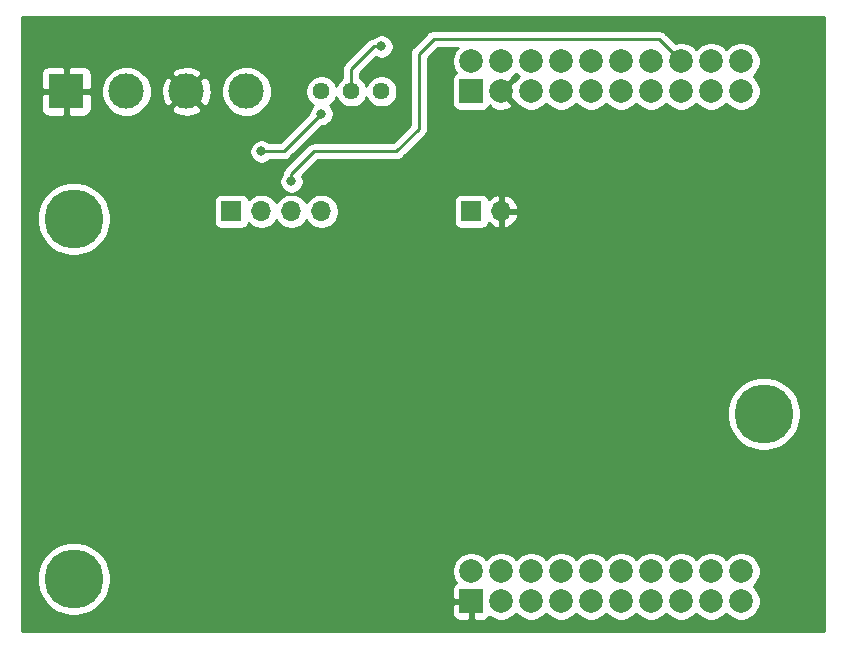
<source format=gbr>
%TF.GenerationSoftware,KiCad,Pcbnew,(5.1.6)-1*%
%TF.CreationDate,2021-02-03T20:05:08-07:00*%
%TF.ProjectId,Thermocouple Gauge,54686572-6d6f-4636-9f75-706c65204761,rev?*%
%TF.SameCoordinates,Original*%
%TF.FileFunction,Copper,L2,Bot*%
%TF.FilePolarity,Positive*%
%FSLAX46Y46*%
G04 Gerber Fmt 4.6, Leading zero omitted, Abs format (unit mm)*
G04 Created by KiCad (PCBNEW (5.1.6)-1) date 2021-02-03 20:05:08*
%MOMM*%
%LPD*%
G01*
G04 APERTURE LIST*
%TA.AperFunction,ComponentPad*%
%ADD10C,5.000000*%
%TD*%
%TA.AperFunction,ComponentPad*%
%ADD11C,3.000000*%
%TD*%
%TA.AperFunction,ComponentPad*%
%ADD12R,3.000000X3.000000*%
%TD*%
%TA.AperFunction,ComponentPad*%
%ADD13C,2.000000*%
%TD*%
%TA.AperFunction,ComponentPad*%
%ADD14R,2.000000X2.000000*%
%TD*%
%TA.AperFunction,ComponentPad*%
%ADD15R,1.700000X1.700000*%
%TD*%
%TA.AperFunction,ComponentPad*%
%ADD16O,1.700000X1.700000*%
%TD*%
%TA.AperFunction,ComponentPad*%
%ADD17C,1.440000*%
%TD*%
%TA.AperFunction,ViaPad*%
%ADD18C,0.800000*%
%TD*%
%TA.AperFunction,Conductor*%
%ADD19C,0.250000*%
%TD*%
%TA.AperFunction,Conductor*%
%ADD20C,0.254000*%
%TD*%
G04 APERTURE END LIST*
D10*
%TO.P,REF\u002A\u002A,1*%
%TO.N,N/C*%
X159385000Y-107315000D03*
%TD*%
%TO.P,REF\u002A\u002A,1*%
%TO.N,N/C*%
X217805000Y-123825000D03*
%TD*%
%TO.P,REF\u002A\u002A,1*%
%TO.N,N/C*%
X159385000Y-137795000D03*
%TD*%
D11*
%TO.P,J1,4*%
%TO.N,Net-(J1-Pad4)*%
X173990000Y-96520000D03*
D12*
%TO.P,J1,1*%
%TO.N,GND*%
X158750000Y-96520000D03*
D11*
%TO.P,J1,3*%
X168910000Y-96520000D03*
%TO.P,J1,2*%
%TO.N,Net-(J1-Pad2)*%
X163830000Y-96520000D03*
%TD*%
D13*
%TO.P,J2,20*%
%TO.N,Net-(J2-Pad20)*%
X215900000Y-137160000D03*
%TO.P,J2,18*%
%TO.N,Net-(J2-Pad18)*%
X213360000Y-137160000D03*
%TO.P,J2,16*%
%TO.N,Net-(J2-Pad16)*%
X210820000Y-137160000D03*
%TO.P,J2,14*%
%TO.N,Net-(J2-Pad14)*%
X208280000Y-137160000D03*
%TO.P,J2,12*%
%TO.N,Net-(J2-Pad12)*%
X205740000Y-137160000D03*
%TO.P,J2,10*%
%TO.N,Net-(J2-Pad10)*%
X203200000Y-137160000D03*
%TO.P,J2,8*%
%TO.N,Net-(J2-Pad8)*%
X200660000Y-137160000D03*
%TO.P,J2,6*%
%TO.N,Net-(J2-Pad6)*%
X198120000Y-137160000D03*
%TO.P,J2,4*%
%TO.N,Net-(J2-Pad4)*%
X195580000Y-137160000D03*
%TO.P,J2,2*%
%TO.N,Net-(J2-Pad2)*%
X193040000Y-137160000D03*
%TO.P,J2,19*%
%TO.N,Net-(J2-Pad19)*%
X215900000Y-139700000D03*
%TO.P,J2,17*%
%TO.N,Net-(J2-Pad17)*%
X213360000Y-139700000D03*
%TO.P,J2,15*%
%TO.N,Net-(J2-Pad15)*%
X210820000Y-139700000D03*
%TO.P,J2,13*%
%TO.N,Net-(J2-Pad13)*%
X208280000Y-139700000D03*
%TO.P,J2,11*%
%TO.N,Net-(J2-Pad11)*%
X205740000Y-139700000D03*
%TO.P,J2,9*%
%TO.N,Net-(J2-Pad9)*%
X203200000Y-139700000D03*
%TO.P,J2,7*%
%TO.N,Net-(J2-Pad7)*%
X200660000Y-139700000D03*
%TO.P,J2,5*%
%TO.N,Net-(J2-Pad5)*%
X198120000Y-139700000D03*
%TO.P,J2,3*%
%TO.N,Net-(J2-Pad3)*%
X195580000Y-139700000D03*
D14*
%TO.P,J2,1*%
%TO.N,GND*%
X193040000Y-139700000D03*
%TD*%
%TO.P,J3,1*%
%TO.N,Net-(J3-Pad1)*%
X193040000Y-96520000D03*
D13*
%TO.P,J3,3*%
%TO.N,GND*%
X195580000Y-96520000D03*
%TO.P,J3,5*%
%TO.N,Net-(J3-Pad5)*%
X198120000Y-96520000D03*
%TO.P,J3,7*%
%TO.N,Net-(J3-Pad7)*%
X200660000Y-96520000D03*
%TO.P,J3,9*%
%TO.N,Net-(J3-Pad9)*%
X203200000Y-96520000D03*
%TO.P,J3,11*%
%TO.N,Net-(J3-Pad11)*%
X205740000Y-96520000D03*
%TO.P,J3,13*%
%TO.N,Net-(J3-Pad13)*%
X208280000Y-96520000D03*
%TO.P,J3,15*%
%TO.N,Net-(J3-Pad15)*%
X210820000Y-96520000D03*
%TO.P,J3,17*%
%TO.N,Net-(J3-Pad17)*%
X213360000Y-96520000D03*
%TO.P,J3,19*%
%TO.N,Net-(J3-Pad19)*%
X215900000Y-96520000D03*
%TO.P,J3,2*%
%TO.N,Net-(J3-Pad2)*%
X193040000Y-93980000D03*
%TO.P,J3,4*%
%TO.N,Net-(J3-Pad4)*%
X195580000Y-93980000D03*
%TO.P,J3,6*%
%TO.N,Net-(J3-Pad6)*%
X198120000Y-93980000D03*
%TO.P,J3,8*%
%TO.N,Net-(J3-Pad8)*%
X200660000Y-93980000D03*
%TO.P,J3,10*%
%TO.N,Net-(J3-Pad10)*%
X203200000Y-93980000D03*
%TO.P,J3,12*%
%TO.N,Net-(J3-Pad12)*%
X205740000Y-93980000D03*
%TO.P,J3,14*%
%TO.N,Net-(J3-Pad14)*%
X208280000Y-93980000D03*
%TO.P,J3,16*%
%TO.N,Net-(J3-Pad16)*%
X210820000Y-93980000D03*
%TO.P,J3,18*%
%TO.N,Net-(J3-Pad18)*%
X213360000Y-93980000D03*
%TO.P,J3,20*%
%TO.N,Net-(J3-Pad20)*%
X215900000Y-93980000D03*
%TD*%
D15*
%TO.P,J4,1*%
%TO.N,Net-(J3-Pad2)*%
X193040000Y-106680000D03*
D16*
%TO.P,J4,2*%
%TO.N,GND*%
X195580000Y-106680000D03*
%TD*%
D15*
%TO.P,J5,1*%
%TO.N,Net-(J2-Pad19)*%
X172720000Y-106680000D03*
D16*
%TO.P,J5,2*%
%TO.N,Net-(J5-Pad2)*%
X175260000Y-106680000D03*
%TO.P,J5,3*%
%TO.N,Net-(J3-Pad16)*%
X177800000Y-106680000D03*
%TO.P,J5,4*%
%TO.N,Net-(J2-Pad17)*%
X180340000Y-106680000D03*
%TD*%
D17*
%TO.P,RV1,3*%
%TO.N,Net-(R3-Pad1)*%
X180340000Y-96520000D03*
%TO.P,RV1,2*%
%TO.N,Net-(J3-Pad2)*%
X182880000Y-96520000D03*
%TO.P,RV1,1*%
%TO.N,Net-(RV1-Pad1)*%
X185420000Y-96520000D03*
%TD*%
D18*
%TO.N,GND*%
X158750000Y-101600000D03*
X168910000Y-101600000D03*
X207645000Y-114300000D03*
X190500000Y-139700000D03*
X198120000Y-106680000D03*
X195580000Y-99060000D03*
%TO.N,Net-(J3-Pad16)*%
X177800000Y-104140000D03*
X210820000Y-93980000D03*
%TO.N,Net-(J3-Pad2)*%
X185420000Y-92710000D03*
%TO.N,Net-(R3-Pad1)*%
X175260000Y-101600000D03*
X180340000Y-98425000D03*
X180340000Y-96520000D03*
%TD*%
D19*
%TO.N,Net-(J3-Pad16)*%
X209494999Y-92654999D02*
X209605001Y-92765001D01*
X209605001Y-92765001D02*
X210820000Y-93980000D01*
X208915000Y-92075000D02*
X209605001Y-92765001D01*
X189865000Y-92075000D02*
X208915000Y-92075000D01*
X177800000Y-104140000D02*
X177800000Y-103505000D01*
X177800000Y-103505000D02*
X179705000Y-101600000D01*
X179705000Y-101600000D02*
X186690000Y-101600000D01*
X186690000Y-101600000D02*
X188595000Y-99695000D01*
X188595000Y-99695000D02*
X188595000Y-93345000D01*
X188595000Y-93345000D02*
X189865000Y-92075000D01*
%TO.N,Net-(J3-Pad2)*%
X182880000Y-96520000D02*
X182880000Y-94615000D01*
X182880000Y-94615000D02*
X184785000Y-92710000D01*
X184785000Y-92710000D02*
X185420000Y-92710000D01*
%TO.N,Net-(R3-Pad1)*%
X175260000Y-101600000D02*
X177165000Y-101600000D01*
X177165000Y-101600000D02*
X180340000Y-98425000D01*
%TD*%
D20*
%TO.N,GND*%
G36*
X222860000Y-142215000D02*
G01*
X154965000Y-142215000D01*
X154965000Y-137486229D01*
X156250000Y-137486229D01*
X156250000Y-138103771D01*
X156370476Y-138709446D01*
X156606799Y-139279979D01*
X156949886Y-139793446D01*
X157386554Y-140230114D01*
X157900021Y-140573201D01*
X158470554Y-140809524D01*
X159076229Y-140930000D01*
X159693771Y-140930000D01*
X160299446Y-140809524D01*
X160563859Y-140700000D01*
X191401928Y-140700000D01*
X191414188Y-140824482D01*
X191450498Y-140944180D01*
X191509463Y-141054494D01*
X191588815Y-141151185D01*
X191685506Y-141230537D01*
X191795820Y-141289502D01*
X191915518Y-141325812D01*
X192040000Y-141338072D01*
X192754250Y-141335000D01*
X192913000Y-141176250D01*
X192913000Y-139827000D01*
X191563750Y-139827000D01*
X191405000Y-139985750D01*
X191401928Y-140700000D01*
X160563859Y-140700000D01*
X160869979Y-140573201D01*
X161383446Y-140230114D01*
X161820114Y-139793446D01*
X162163201Y-139279979D01*
X162399524Y-138709446D01*
X162401402Y-138700000D01*
X191401928Y-138700000D01*
X191405000Y-139414250D01*
X191563750Y-139573000D01*
X192913000Y-139573000D01*
X192913000Y-139553000D01*
X193167000Y-139553000D01*
X193167000Y-139573000D01*
X193187000Y-139573000D01*
X193187000Y-139827000D01*
X193167000Y-139827000D01*
X193167000Y-141176250D01*
X193325750Y-141335000D01*
X194040000Y-141338072D01*
X194164482Y-141325812D01*
X194284180Y-141289502D01*
X194394494Y-141230537D01*
X194491185Y-141151185D01*
X194570537Y-141054494D01*
X194595191Y-141008370D01*
X194805537Y-141148918D01*
X195103088Y-141272168D01*
X195418967Y-141335000D01*
X195741033Y-141335000D01*
X196056912Y-141272168D01*
X196354463Y-141148918D01*
X196622252Y-140969987D01*
X196849987Y-140742252D01*
X196850000Y-140742233D01*
X196850013Y-140742252D01*
X197077748Y-140969987D01*
X197345537Y-141148918D01*
X197643088Y-141272168D01*
X197958967Y-141335000D01*
X198281033Y-141335000D01*
X198596912Y-141272168D01*
X198894463Y-141148918D01*
X199162252Y-140969987D01*
X199389987Y-140742252D01*
X199390000Y-140742233D01*
X199390013Y-140742252D01*
X199617748Y-140969987D01*
X199885537Y-141148918D01*
X200183088Y-141272168D01*
X200498967Y-141335000D01*
X200821033Y-141335000D01*
X201136912Y-141272168D01*
X201434463Y-141148918D01*
X201702252Y-140969987D01*
X201929987Y-140742252D01*
X201930000Y-140742233D01*
X201930013Y-140742252D01*
X202157748Y-140969987D01*
X202425537Y-141148918D01*
X202723088Y-141272168D01*
X203038967Y-141335000D01*
X203361033Y-141335000D01*
X203676912Y-141272168D01*
X203974463Y-141148918D01*
X204242252Y-140969987D01*
X204469987Y-140742252D01*
X204470000Y-140742233D01*
X204470013Y-140742252D01*
X204697748Y-140969987D01*
X204965537Y-141148918D01*
X205263088Y-141272168D01*
X205578967Y-141335000D01*
X205901033Y-141335000D01*
X206216912Y-141272168D01*
X206514463Y-141148918D01*
X206782252Y-140969987D01*
X207009987Y-140742252D01*
X207010000Y-140742233D01*
X207010013Y-140742252D01*
X207237748Y-140969987D01*
X207505537Y-141148918D01*
X207803088Y-141272168D01*
X208118967Y-141335000D01*
X208441033Y-141335000D01*
X208756912Y-141272168D01*
X209054463Y-141148918D01*
X209322252Y-140969987D01*
X209549987Y-140742252D01*
X209550000Y-140742233D01*
X209550013Y-140742252D01*
X209777748Y-140969987D01*
X210045537Y-141148918D01*
X210343088Y-141272168D01*
X210658967Y-141335000D01*
X210981033Y-141335000D01*
X211296912Y-141272168D01*
X211594463Y-141148918D01*
X211862252Y-140969987D01*
X212089987Y-140742252D01*
X212090000Y-140742233D01*
X212090013Y-140742252D01*
X212317748Y-140969987D01*
X212585537Y-141148918D01*
X212883088Y-141272168D01*
X213198967Y-141335000D01*
X213521033Y-141335000D01*
X213836912Y-141272168D01*
X214134463Y-141148918D01*
X214402252Y-140969987D01*
X214629987Y-140742252D01*
X214630000Y-140742233D01*
X214630013Y-140742252D01*
X214857748Y-140969987D01*
X215125537Y-141148918D01*
X215423088Y-141272168D01*
X215738967Y-141335000D01*
X216061033Y-141335000D01*
X216376912Y-141272168D01*
X216674463Y-141148918D01*
X216942252Y-140969987D01*
X217169987Y-140742252D01*
X217348918Y-140474463D01*
X217472168Y-140176912D01*
X217535000Y-139861033D01*
X217535000Y-139538967D01*
X217472168Y-139223088D01*
X217348918Y-138925537D01*
X217169987Y-138657748D01*
X216942252Y-138430013D01*
X216942233Y-138430000D01*
X216942252Y-138429987D01*
X217169987Y-138202252D01*
X217348918Y-137934463D01*
X217472168Y-137636912D01*
X217535000Y-137321033D01*
X217535000Y-136998967D01*
X217472168Y-136683088D01*
X217348918Y-136385537D01*
X217169987Y-136117748D01*
X216942252Y-135890013D01*
X216674463Y-135711082D01*
X216376912Y-135587832D01*
X216061033Y-135525000D01*
X215738967Y-135525000D01*
X215423088Y-135587832D01*
X215125537Y-135711082D01*
X214857748Y-135890013D01*
X214630013Y-136117748D01*
X214630000Y-136117767D01*
X214629987Y-136117748D01*
X214402252Y-135890013D01*
X214134463Y-135711082D01*
X213836912Y-135587832D01*
X213521033Y-135525000D01*
X213198967Y-135525000D01*
X212883088Y-135587832D01*
X212585537Y-135711082D01*
X212317748Y-135890013D01*
X212090013Y-136117748D01*
X212090000Y-136117767D01*
X212089987Y-136117748D01*
X211862252Y-135890013D01*
X211594463Y-135711082D01*
X211296912Y-135587832D01*
X210981033Y-135525000D01*
X210658967Y-135525000D01*
X210343088Y-135587832D01*
X210045537Y-135711082D01*
X209777748Y-135890013D01*
X209550013Y-136117748D01*
X209550000Y-136117767D01*
X209549987Y-136117748D01*
X209322252Y-135890013D01*
X209054463Y-135711082D01*
X208756912Y-135587832D01*
X208441033Y-135525000D01*
X208118967Y-135525000D01*
X207803088Y-135587832D01*
X207505537Y-135711082D01*
X207237748Y-135890013D01*
X207010013Y-136117748D01*
X207010000Y-136117767D01*
X207009987Y-136117748D01*
X206782252Y-135890013D01*
X206514463Y-135711082D01*
X206216912Y-135587832D01*
X205901033Y-135525000D01*
X205578967Y-135525000D01*
X205263088Y-135587832D01*
X204965537Y-135711082D01*
X204697748Y-135890013D01*
X204470013Y-136117748D01*
X204470000Y-136117767D01*
X204469987Y-136117748D01*
X204242252Y-135890013D01*
X203974463Y-135711082D01*
X203676912Y-135587832D01*
X203361033Y-135525000D01*
X203038967Y-135525000D01*
X202723088Y-135587832D01*
X202425537Y-135711082D01*
X202157748Y-135890013D01*
X201930013Y-136117748D01*
X201930000Y-136117767D01*
X201929987Y-136117748D01*
X201702252Y-135890013D01*
X201434463Y-135711082D01*
X201136912Y-135587832D01*
X200821033Y-135525000D01*
X200498967Y-135525000D01*
X200183088Y-135587832D01*
X199885537Y-135711082D01*
X199617748Y-135890013D01*
X199390013Y-136117748D01*
X199390000Y-136117767D01*
X199389987Y-136117748D01*
X199162252Y-135890013D01*
X198894463Y-135711082D01*
X198596912Y-135587832D01*
X198281033Y-135525000D01*
X197958967Y-135525000D01*
X197643088Y-135587832D01*
X197345537Y-135711082D01*
X197077748Y-135890013D01*
X196850013Y-136117748D01*
X196850000Y-136117767D01*
X196849987Y-136117748D01*
X196622252Y-135890013D01*
X196354463Y-135711082D01*
X196056912Y-135587832D01*
X195741033Y-135525000D01*
X195418967Y-135525000D01*
X195103088Y-135587832D01*
X194805537Y-135711082D01*
X194537748Y-135890013D01*
X194310013Y-136117748D01*
X194310000Y-136117767D01*
X194309987Y-136117748D01*
X194082252Y-135890013D01*
X193814463Y-135711082D01*
X193516912Y-135587832D01*
X193201033Y-135525000D01*
X192878967Y-135525000D01*
X192563088Y-135587832D01*
X192265537Y-135711082D01*
X191997748Y-135890013D01*
X191770013Y-136117748D01*
X191591082Y-136385537D01*
X191467832Y-136683088D01*
X191405000Y-136998967D01*
X191405000Y-137321033D01*
X191467832Y-137636912D01*
X191591082Y-137934463D01*
X191731630Y-138144809D01*
X191685506Y-138169463D01*
X191588815Y-138248815D01*
X191509463Y-138345506D01*
X191450498Y-138455820D01*
X191414188Y-138575518D01*
X191401928Y-138700000D01*
X162401402Y-138700000D01*
X162520000Y-138103771D01*
X162520000Y-137486229D01*
X162399524Y-136880554D01*
X162163201Y-136310021D01*
X161820114Y-135796554D01*
X161383446Y-135359886D01*
X160869979Y-135016799D01*
X160299446Y-134780476D01*
X159693771Y-134660000D01*
X159076229Y-134660000D01*
X158470554Y-134780476D01*
X157900021Y-135016799D01*
X157386554Y-135359886D01*
X156949886Y-135796554D01*
X156606799Y-136310021D01*
X156370476Y-136880554D01*
X156250000Y-137486229D01*
X154965000Y-137486229D01*
X154965000Y-123516229D01*
X214670000Y-123516229D01*
X214670000Y-124133771D01*
X214790476Y-124739446D01*
X215026799Y-125309979D01*
X215369886Y-125823446D01*
X215806554Y-126260114D01*
X216320021Y-126603201D01*
X216890554Y-126839524D01*
X217496229Y-126960000D01*
X218113771Y-126960000D01*
X218719446Y-126839524D01*
X219289979Y-126603201D01*
X219803446Y-126260114D01*
X220240114Y-125823446D01*
X220583201Y-125309979D01*
X220819524Y-124739446D01*
X220940000Y-124133771D01*
X220940000Y-123516229D01*
X220819524Y-122910554D01*
X220583201Y-122340021D01*
X220240114Y-121826554D01*
X219803446Y-121389886D01*
X219289979Y-121046799D01*
X218719446Y-120810476D01*
X218113771Y-120690000D01*
X217496229Y-120690000D01*
X216890554Y-120810476D01*
X216320021Y-121046799D01*
X215806554Y-121389886D01*
X215369886Y-121826554D01*
X215026799Y-122340021D01*
X214790476Y-122910554D01*
X214670000Y-123516229D01*
X154965000Y-123516229D01*
X154965000Y-107006229D01*
X156250000Y-107006229D01*
X156250000Y-107623771D01*
X156370476Y-108229446D01*
X156606799Y-108799979D01*
X156949886Y-109313446D01*
X157386554Y-109750114D01*
X157900021Y-110093201D01*
X158470554Y-110329524D01*
X159076229Y-110450000D01*
X159693771Y-110450000D01*
X160299446Y-110329524D01*
X160869979Y-110093201D01*
X161383446Y-109750114D01*
X161820114Y-109313446D01*
X162163201Y-108799979D01*
X162399524Y-108229446D01*
X162520000Y-107623771D01*
X162520000Y-107006229D01*
X162399524Y-106400554D01*
X162163201Y-105830021D01*
X162163187Y-105830000D01*
X171231928Y-105830000D01*
X171231928Y-107530000D01*
X171244188Y-107654482D01*
X171280498Y-107774180D01*
X171339463Y-107884494D01*
X171418815Y-107981185D01*
X171515506Y-108060537D01*
X171625820Y-108119502D01*
X171745518Y-108155812D01*
X171870000Y-108168072D01*
X173570000Y-108168072D01*
X173694482Y-108155812D01*
X173814180Y-108119502D01*
X173924494Y-108060537D01*
X174021185Y-107981185D01*
X174100537Y-107884494D01*
X174159502Y-107774180D01*
X174181513Y-107701620D01*
X174313368Y-107833475D01*
X174556589Y-107995990D01*
X174826842Y-108107932D01*
X175113740Y-108165000D01*
X175406260Y-108165000D01*
X175693158Y-108107932D01*
X175963411Y-107995990D01*
X176206632Y-107833475D01*
X176413475Y-107626632D01*
X176530000Y-107452240D01*
X176646525Y-107626632D01*
X176853368Y-107833475D01*
X177096589Y-107995990D01*
X177366842Y-108107932D01*
X177653740Y-108165000D01*
X177946260Y-108165000D01*
X178233158Y-108107932D01*
X178503411Y-107995990D01*
X178746632Y-107833475D01*
X178953475Y-107626632D01*
X179070000Y-107452240D01*
X179186525Y-107626632D01*
X179393368Y-107833475D01*
X179636589Y-107995990D01*
X179906842Y-108107932D01*
X180193740Y-108165000D01*
X180486260Y-108165000D01*
X180773158Y-108107932D01*
X181043411Y-107995990D01*
X181286632Y-107833475D01*
X181493475Y-107626632D01*
X181655990Y-107383411D01*
X181767932Y-107113158D01*
X181825000Y-106826260D01*
X181825000Y-106533740D01*
X181767932Y-106246842D01*
X181655990Y-105976589D01*
X181558043Y-105830000D01*
X191551928Y-105830000D01*
X191551928Y-107530000D01*
X191564188Y-107654482D01*
X191600498Y-107774180D01*
X191659463Y-107884494D01*
X191738815Y-107981185D01*
X191835506Y-108060537D01*
X191945820Y-108119502D01*
X192065518Y-108155812D01*
X192190000Y-108168072D01*
X193890000Y-108168072D01*
X194014482Y-108155812D01*
X194134180Y-108119502D01*
X194244494Y-108060537D01*
X194341185Y-107981185D01*
X194420537Y-107884494D01*
X194479502Y-107774180D01*
X194503966Y-107693534D01*
X194579731Y-107777588D01*
X194813080Y-107951641D01*
X195075901Y-108076825D01*
X195223110Y-108121476D01*
X195453000Y-108000155D01*
X195453000Y-106807000D01*
X195707000Y-106807000D01*
X195707000Y-108000155D01*
X195936890Y-108121476D01*
X196084099Y-108076825D01*
X196346920Y-107951641D01*
X196580269Y-107777588D01*
X196775178Y-107561355D01*
X196924157Y-107311252D01*
X197021481Y-107036891D01*
X196900814Y-106807000D01*
X195707000Y-106807000D01*
X195453000Y-106807000D01*
X195433000Y-106807000D01*
X195433000Y-106553000D01*
X195453000Y-106553000D01*
X195453000Y-105359845D01*
X195707000Y-105359845D01*
X195707000Y-106553000D01*
X196900814Y-106553000D01*
X197021481Y-106323109D01*
X196924157Y-106048748D01*
X196775178Y-105798645D01*
X196580269Y-105582412D01*
X196346920Y-105408359D01*
X196084099Y-105283175D01*
X195936890Y-105238524D01*
X195707000Y-105359845D01*
X195453000Y-105359845D01*
X195223110Y-105238524D01*
X195075901Y-105283175D01*
X194813080Y-105408359D01*
X194579731Y-105582412D01*
X194503966Y-105666466D01*
X194479502Y-105585820D01*
X194420537Y-105475506D01*
X194341185Y-105378815D01*
X194244494Y-105299463D01*
X194134180Y-105240498D01*
X194014482Y-105204188D01*
X193890000Y-105191928D01*
X192190000Y-105191928D01*
X192065518Y-105204188D01*
X191945820Y-105240498D01*
X191835506Y-105299463D01*
X191738815Y-105378815D01*
X191659463Y-105475506D01*
X191600498Y-105585820D01*
X191564188Y-105705518D01*
X191551928Y-105830000D01*
X181558043Y-105830000D01*
X181493475Y-105733368D01*
X181286632Y-105526525D01*
X181043411Y-105364010D01*
X180773158Y-105252068D01*
X180486260Y-105195000D01*
X180193740Y-105195000D01*
X179906842Y-105252068D01*
X179636589Y-105364010D01*
X179393368Y-105526525D01*
X179186525Y-105733368D01*
X179070000Y-105907760D01*
X178953475Y-105733368D01*
X178746632Y-105526525D01*
X178503411Y-105364010D01*
X178233158Y-105252068D01*
X177946260Y-105195000D01*
X177653740Y-105195000D01*
X177366842Y-105252068D01*
X177096589Y-105364010D01*
X176853368Y-105526525D01*
X176646525Y-105733368D01*
X176530000Y-105907760D01*
X176413475Y-105733368D01*
X176206632Y-105526525D01*
X175963411Y-105364010D01*
X175693158Y-105252068D01*
X175406260Y-105195000D01*
X175113740Y-105195000D01*
X174826842Y-105252068D01*
X174556589Y-105364010D01*
X174313368Y-105526525D01*
X174181513Y-105658380D01*
X174159502Y-105585820D01*
X174100537Y-105475506D01*
X174021185Y-105378815D01*
X173924494Y-105299463D01*
X173814180Y-105240498D01*
X173694482Y-105204188D01*
X173570000Y-105191928D01*
X171870000Y-105191928D01*
X171745518Y-105204188D01*
X171625820Y-105240498D01*
X171515506Y-105299463D01*
X171418815Y-105378815D01*
X171339463Y-105475506D01*
X171280498Y-105585820D01*
X171244188Y-105705518D01*
X171231928Y-105830000D01*
X162163187Y-105830000D01*
X161820114Y-105316554D01*
X161383446Y-104879886D01*
X160869979Y-104536799D01*
X160299446Y-104300476D01*
X159693771Y-104180000D01*
X159076229Y-104180000D01*
X158470554Y-104300476D01*
X157900021Y-104536799D01*
X157386554Y-104879886D01*
X156949886Y-105316554D01*
X156606799Y-105830021D01*
X156370476Y-106400554D01*
X156250000Y-107006229D01*
X154965000Y-107006229D01*
X154965000Y-104038061D01*
X176765000Y-104038061D01*
X176765000Y-104241939D01*
X176804774Y-104441898D01*
X176882795Y-104630256D01*
X176996063Y-104799774D01*
X177140226Y-104943937D01*
X177309744Y-105057205D01*
X177498102Y-105135226D01*
X177698061Y-105175000D01*
X177901939Y-105175000D01*
X178101898Y-105135226D01*
X178290256Y-105057205D01*
X178459774Y-104943937D01*
X178603937Y-104799774D01*
X178717205Y-104630256D01*
X178795226Y-104441898D01*
X178835000Y-104241939D01*
X178835000Y-104038061D01*
X178795226Y-103838102D01*
X178720969Y-103658832D01*
X180019802Y-102360000D01*
X186652678Y-102360000D01*
X186690000Y-102363676D01*
X186727322Y-102360000D01*
X186727333Y-102360000D01*
X186838986Y-102349003D01*
X186982247Y-102305546D01*
X187114276Y-102234974D01*
X187230001Y-102140001D01*
X187253804Y-102110997D01*
X189106004Y-100258798D01*
X189135001Y-100235001D01*
X189229974Y-100119276D01*
X189300546Y-99987247D01*
X189344003Y-99843986D01*
X189355000Y-99732333D01*
X189355000Y-99732323D01*
X189358676Y-99695000D01*
X189355000Y-99657677D01*
X189355000Y-93659801D01*
X190179802Y-92835000D01*
X191872761Y-92835000D01*
X191770013Y-92937748D01*
X191591082Y-93205537D01*
X191467832Y-93503088D01*
X191405000Y-93818967D01*
X191405000Y-94141033D01*
X191467832Y-94456912D01*
X191591082Y-94754463D01*
X191731630Y-94964809D01*
X191685506Y-94989463D01*
X191588815Y-95068815D01*
X191509463Y-95165506D01*
X191450498Y-95275820D01*
X191414188Y-95395518D01*
X191401928Y-95520000D01*
X191401928Y-97520000D01*
X191414188Y-97644482D01*
X191450498Y-97764180D01*
X191509463Y-97874494D01*
X191588815Y-97971185D01*
X191685506Y-98050537D01*
X191795820Y-98109502D01*
X191915518Y-98145812D01*
X192040000Y-98158072D01*
X194040000Y-98158072D01*
X194164482Y-98145812D01*
X194284180Y-98109502D01*
X194394494Y-98050537D01*
X194491185Y-97971185D01*
X194570537Y-97874494D01*
X194629502Y-97764180D01*
X194645037Y-97712967D01*
X194719956Y-97919814D01*
X195009571Y-98060704D01*
X195321108Y-98142384D01*
X195642595Y-98161718D01*
X195961675Y-98117961D01*
X196266088Y-98012795D01*
X196440044Y-97919814D01*
X196535808Y-97655413D01*
X195580000Y-96699605D01*
X195565858Y-96713748D01*
X195386253Y-96534143D01*
X195400395Y-96520000D01*
X195386253Y-96505858D01*
X195565858Y-96326253D01*
X195580000Y-96340395D01*
X196535808Y-95384587D01*
X196513400Y-95322720D01*
X196622252Y-95249987D01*
X196849987Y-95022252D01*
X196850000Y-95022233D01*
X196850013Y-95022252D01*
X197077748Y-95249987D01*
X197077767Y-95250000D01*
X197077748Y-95250013D01*
X196850013Y-95477748D01*
X196777280Y-95586600D01*
X196715413Y-95564192D01*
X195759605Y-96520000D01*
X196715413Y-97475808D01*
X196777280Y-97453400D01*
X196850013Y-97562252D01*
X197077748Y-97789987D01*
X197345537Y-97968918D01*
X197643088Y-98092168D01*
X197958967Y-98155000D01*
X198281033Y-98155000D01*
X198596912Y-98092168D01*
X198894463Y-97968918D01*
X199162252Y-97789987D01*
X199389987Y-97562252D01*
X199390000Y-97562233D01*
X199390013Y-97562252D01*
X199617748Y-97789987D01*
X199885537Y-97968918D01*
X200183088Y-98092168D01*
X200498967Y-98155000D01*
X200821033Y-98155000D01*
X201136912Y-98092168D01*
X201434463Y-97968918D01*
X201702252Y-97789987D01*
X201929987Y-97562252D01*
X201930000Y-97562233D01*
X201930013Y-97562252D01*
X202157748Y-97789987D01*
X202425537Y-97968918D01*
X202723088Y-98092168D01*
X203038967Y-98155000D01*
X203361033Y-98155000D01*
X203676912Y-98092168D01*
X203974463Y-97968918D01*
X204242252Y-97789987D01*
X204469987Y-97562252D01*
X204470000Y-97562233D01*
X204470013Y-97562252D01*
X204697748Y-97789987D01*
X204965537Y-97968918D01*
X205263088Y-98092168D01*
X205578967Y-98155000D01*
X205901033Y-98155000D01*
X206216912Y-98092168D01*
X206514463Y-97968918D01*
X206782252Y-97789987D01*
X207009987Y-97562252D01*
X207010000Y-97562233D01*
X207010013Y-97562252D01*
X207237748Y-97789987D01*
X207505537Y-97968918D01*
X207803088Y-98092168D01*
X208118967Y-98155000D01*
X208441033Y-98155000D01*
X208756912Y-98092168D01*
X209054463Y-97968918D01*
X209322252Y-97789987D01*
X209549987Y-97562252D01*
X209550000Y-97562233D01*
X209550013Y-97562252D01*
X209777748Y-97789987D01*
X210045537Y-97968918D01*
X210343088Y-98092168D01*
X210658967Y-98155000D01*
X210981033Y-98155000D01*
X211296912Y-98092168D01*
X211594463Y-97968918D01*
X211862252Y-97789987D01*
X212089987Y-97562252D01*
X212090000Y-97562233D01*
X212090013Y-97562252D01*
X212317748Y-97789987D01*
X212585537Y-97968918D01*
X212883088Y-98092168D01*
X213198967Y-98155000D01*
X213521033Y-98155000D01*
X213836912Y-98092168D01*
X214134463Y-97968918D01*
X214402252Y-97789987D01*
X214629987Y-97562252D01*
X214630000Y-97562233D01*
X214630013Y-97562252D01*
X214857748Y-97789987D01*
X215125537Y-97968918D01*
X215423088Y-98092168D01*
X215738967Y-98155000D01*
X216061033Y-98155000D01*
X216376912Y-98092168D01*
X216674463Y-97968918D01*
X216942252Y-97789987D01*
X217169987Y-97562252D01*
X217348918Y-97294463D01*
X217472168Y-96996912D01*
X217535000Y-96681033D01*
X217535000Y-96358967D01*
X217472168Y-96043088D01*
X217348918Y-95745537D01*
X217169987Y-95477748D01*
X216942252Y-95250013D01*
X216942233Y-95250000D01*
X216942252Y-95249987D01*
X217169987Y-95022252D01*
X217348918Y-94754463D01*
X217472168Y-94456912D01*
X217535000Y-94141033D01*
X217535000Y-93818967D01*
X217472168Y-93503088D01*
X217348918Y-93205537D01*
X217169987Y-92937748D01*
X216942252Y-92710013D01*
X216674463Y-92531082D01*
X216376912Y-92407832D01*
X216061033Y-92345000D01*
X215738967Y-92345000D01*
X215423088Y-92407832D01*
X215125537Y-92531082D01*
X214857748Y-92710013D01*
X214630013Y-92937748D01*
X214630000Y-92937767D01*
X214629987Y-92937748D01*
X214402252Y-92710013D01*
X214134463Y-92531082D01*
X213836912Y-92407832D01*
X213521033Y-92345000D01*
X213198967Y-92345000D01*
X212883088Y-92407832D01*
X212585537Y-92531082D01*
X212317748Y-92710013D01*
X212090013Y-92937748D01*
X212090000Y-92937767D01*
X212089987Y-92937748D01*
X211862252Y-92710013D01*
X211594463Y-92531082D01*
X211296912Y-92407832D01*
X210981033Y-92345000D01*
X210658967Y-92345000D01*
X210343088Y-92407832D01*
X210328624Y-92413823D01*
X210168804Y-92254003D01*
X210168800Y-92253998D01*
X209478803Y-91564002D01*
X209455001Y-91534999D01*
X209339276Y-91440026D01*
X209207247Y-91369454D01*
X209063986Y-91325997D01*
X208952333Y-91315000D01*
X208952322Y-91315000D01*
X208915000Y-91311324D01*
X208877678Y-91315000D01*
X189902322Y-91315000D01*
X189864999Y-91311324D01*
X189827676Y-91315000D01*
X189827667Y-91315000D01*
X189716014Y-91325997D01*
X189572753Y-91369454D01*
X189440724Y-91440026D01*
X189324999Y-91534999D01*
X189301201Y-91563997D01*
X188083998Y-92781201D01*
X188055000Y-92804999D01*
X188031202Y-92833997D01*
X188031201Y-92833998D01*
X187960026Y-92920724D01*
X187889454Y-93052754D01*
X187864726Y-93134276D01*
X187845998Y-93196014D01*
X187835001Y-93307667D01*
X187831324Y-93345000D01*
X187835001Y-93382332D01*
X187835000Y-99380198D01*
X186375199Y-100840000D01*
X179742323Y-100840000D01*
X179705000Y-100836324D01*
X179667677Y-100840000D01*
X179667667Y-100840000D01*
X179556014Y-100850997D01*
X179412753Y-100894454D01*
X179280724Y-100965026D01*
X179164999Y-101059999D01*
X179141201Y-101088997D01*
X177288998Y-102941201D01*
X177260000Y-102964999D01*
X177236202Y-102993997D01*
X177236201Y-102993998D01*
X177165026Y-103080724D01*
X177119037Y-103166764D01*
X177094454Y-103212753D01*
X177050997Y-103356014D01*
X177043428Y-103432861D01*
X176996063Y-103480226D01*
X176882795Y-103649744D01*
X176804774Y-103838102D01*
X176765000Y-104038061D01*
X154965000Y-104038061D01*
X154965000Y-101498061D01*
X174225000Y-101498061D01*
X174225000Y-101701939D01*
X174264774Y-101901898D01*
X174342795Y-102090256D01*
X174456063Y-102259774D01*
X174600226Y-102403937D01*
X174769744Y-102517205D01*
X174958102Y-102595226D01*
X175158061Y-102635000D01*
X175361939Y-102635000D01*
X175561898Y-102595226D01*
X175750256Y-102517205D01*
X175919774Y-102403937D01*
X175963711Y-102360000D01*
X177127678Y-102360000D01*
X177165000Y-102363676D01*
X177202322Y-102360000D01*
X177202333Y-102360000D01*
X177313986Y-102349003D01*
X177457247Y-102305546D01*
X177589276Y-102234974D01*
X177705001Y-102140001D01*
X177728804Y-102110997D01*
X180379802Y-99460000D01*
X180441939Y-99460000D01*
X180641898Y-99420226D01*
X180830256Y-99342205D01*
X180999774Y-99228937D01*
X181143937Y-99084774D01*
X181257205Y-98915256D01*
X181335226Y-98726898D01*
X181375000Y-98526939D01*
X181375000Y-98323061D01*
X181335226Y-98123102D01*
X181257205Y-97934744D01*
X181143937Y-97765226D01*
X181052367Y-97673656D01*
X181203762Y-97572497D01*
X181392497Y-97383762D01*
X181540785Y-97161833D01*
X181610000Y-96994734D01*
X181679215Y-97161833D01*
X181827503Y-97383762D01*
X182016238Y-97572497D01*
X182238167Y-97720785D01*
X182484761Y-97822928D01*
X182746544Y-97875000D01*
X183013456Y-97875000D01*
X183275239Y-97822928D01*
X183521833Y-97720785D01*
X183743762Y-97572497D01*
X183932497Y-97383762D01*
X184080785Y-97161833D01*
X184150000Y-96994734D01*
X184219215Y-97161833D01*
X184367503Y-97383762D01*
X184556238Y-97572497D01*
X184778167Y-97720785D01*
X185024761Y-97822928D01*
X185286544Y-97875000D01*
X185553456Y-97875000D01*
X185815239Y-97822928D01*
X186061833Y-97720785D01*
X186283762Y-97572497D01*
X186472497Y-97383762D01*
X186620785Y-97161833D01*
X186722928Y-96915239D01*
X186775000Y-96653456D01*
X186775000Y-96386544D01*
X186722928Y-96124761D01*
X186620785Y-95878167D01*
X186472497Y-95656238D01*
X186283762Y-95467503D01*
X186061833Y-95319215D01*
X185815239Y-95217072D01*
X185553456Y-95165000D01*
X185286544Y-95165000D01*
X185024761Y-95217072D01*
X184778167Y-95319215D01*
X184556238Y-95467503D01*
X184367503Y-95656238D01*
X184219215Y-95878167D01*
X184150000Y-96045266D01*
X184080785Y-95878167D01*
X183932497Y-95656238D01*
X183743762Y-95467503D01*
X183640000Y-95398172D01*
X183640000Y-94929801D01*
X184938832Y-93630970D01*
X185118102Y-93705226D01*
X185318061Y-93745000D01*
X185521939Y-93745000D01*
X185721898Y-93705226D01*
X185910256Y-93627205D01*
X186079774Y-93513937D01*
X186223937Y-93369774D01*
X186337205Y-93200256D01*
X186415226Y-93011898D01*
X186455000Y-92811939D01*
X186455000Y-92608061D01*
X186415226Y-92408102D01*
X186337205Y-92219744D01*
X186223937Y-92050226D01*
X186079774Y-91906063D01*
X185910256Y-91792795D01*
X185721898Y-91714774D01*
X185521939Y-91675000D01*
X185318061Y-91675000D01*
X185118102Y-91714774D01*
X184929744Y-91792795D01*
X184760226Y-91906063D01*
X184712861Y-91953428D01*
X184636014Y-91960997D01*
X184492753Y-92004454D01*
X184360724Y-92075026D01*
X184244999Y-92169999D01*
X184221201Y-92198997D01*
X182368998Y-94051201D01*
X182340000Y-94074999D01*
X182316202Y-94103997D01*
X182316201Y-94103998D01*
X182245026Y-94190724D01*
X182174454Y-94322754D01*
X182155573Y-94385000D01*
X182130998Y-94466014D01*
X182120873Y-94568815D01*
X182116324Y-94615000D01*
X182120001Y-94652332D01*
X182120001Y-95398171D01*
X182016238Y-95467503D01*
X181827503Y-95656238D01*
X181679215Y-95878167D01*
X181610000Y-96045266D01*
X181540785Y-95878167D01*
X181392497Y-95656238D01*
X181203762Y-95467503D01*
X180981833Y-95319215D01*
X180735239Y-95217072D01*
X180473456Y-95165000D01*
X180206544Y-95165000D01*
X179944761Y-95217072D01*
X179698167Y-95319215D01*
X179476238Y-95467503D01*
X179287503Y-95656238D01*
X179139215Y-95878167D01*
X179037072Y-96124761D01*
X178985000Y-96386544D01*
X178985000Y-96653456D01*
X179037072Y-96915239D01*
X179139215Y-97161833D01*
X179287503Y-97383762D01*
X179476238Y-97572497D01*
X179627633Y-97673656D01*
X179536063Y-97765226D01*
X179422795Y-97934744D01*
X179344774Y-98123102D01*
X179305000Y-98323061D01*
X179305000Y-98385198D01*
X176850199Y-100840000D01*
X175963711Y-100840000D01*
X175919774Y-100796063D01*
X175750256Y-100682795D01*
X175561898Y-100604774D01*
X175361939Y-100565000D01*
X175158061Y-100565000D01*
X174958102Y-100604774D01*
X174769744Y-100682795D01*
X174600226Y-100796063D01*
X174456063Y-100940226D01*
X174342795Y-101109744D01*
X174264774Y-101298102D01*
X174225000Y-101498061D01*
X154965000Y-101498061D01*
X154965000Y-98020000D01*
X156611928Y-98020000D01*
X156624188Y-98144482D01*
X156660498Y-98264180D01*
X156719463Y-98374494D01*
X156798815Y-98471185D01*
X156895506Y-98550537D01*
X157005820Y-98609502D01*
X157125518Y-98645812D01*
X157250000Y-98658072D01*
X158464250Y-98655000D01*
X158623000Y-98496250D01*
X158623000Y-96647000D01*
X158877000Y-96647000D01*
X158877000Y-98496250D01*
X159035750Y-98655000D01*
X160250000Y-98658072D01*
X160374482Y-98645812D01*
X160494180Y-98609502D01*
X160604494Y-98550537D01*
X160701185Y-98471185D01*
X160780537Y-98374494D01*
X160839502Y-98264180D01*
X160875812Y-98144482D01*
X160888072Y-98020000D01*
X160885000Y-96805750D01*
X160726250Y-96647000D01*
X158877000Y-96647000D01*
X158623000Y-96647000D01*
X156773750Y-96647000D01*
X156615000Y-96805750D01*
X156611928Y-98020000D01*
X154965000Y-98020000D01*
X154965000Y-95020000D01*
X156611928Y-95020000D01*
X156615000Y-96234250D01*
X156773750Y-96393000D01*
X158623000Y-96393000D01*
X158623000Y-94543750D01*
X158877000Y-94543750D01*
X158877000Y-96393000D01*
X160726250Y-96393000D01*
X160809529Y-96309721D01*
X161695000Y-96309721D01*
X161695000Y-96730279D01*
X161777047Y-97142756D01*
X161937988Y-97531302D01*
X162171637Y-97880983D01*
X162469017Y-98178363D01*
X162818698Y-98412012D01*
X163207244Y-98572953D01*
X163619721Y-98655000D01*
X164040279Y-98655000D01*
X164452756Y-98572953D01*
X164841302Y-98412012D01*
X165190983Y-98178363D01*
X165357693Y-98011653D01*
X167597952Y-98011653D01*
X167753962Y-98327214D01*
X168128745Y-98518020D01*
X168533551Y-98632044D01*
X168952824Y-98664902D01*
X169370451Y-98615334D01*
X169770383Y-98485243D01*
X170066038Y-98327214D01*
X170222048Y-98011653D01*
X168910000Y-96699605D01*
X167597952Y-98011653D01*
X165357693Y-98011653D01*
X165488363Y-97880983D01*
X165722012Y-97531302D01*
X165882953Y-97142756D01*
X165965000Y-96730279D01*
X165965000Y-96562824D01*
X166765098Y-96562824D01*
X166814666Y-96980451D01*
X166944757Y-97380383D01*
X167102786Y-97676038D01*
X167418347Y-97832048D01*
X168730395Y-96520000D01*
X169089605Y-96520000D01*
X170401653Y-97832048D01*
X170717214Y-97676038D01*
X170908020Y-97301255D01*
X171022044Y-96896449D01*
X171054902Y-96477176D01*
X171035027Y-96309721D01*
X171855000Y-96309721D01*
X171855000Y-96730279D01*
X171937047Y-97142756D01*
X172097988Y-97531302D01*
X172331637Y-97880983D01*
X172629017Y-98178363D01*
X172978698Y-98412012D01*
X173367244Y-98572953D01*
X173779721Y-98655000D01*
X174200279Y-98655000D01*
X174612756Y-98572953D01*
X175001302Y-98412012D01*
X175350983Y-98178363D01*
X175648363Y-97880983D01*
X175882012Y-97531302D01*
X176042953Y-97142756D01*
X176125000Y-96730279D01*
X176125000Y-96309721D01*
X176042953Y-95897244D01*
X175882012Y-95508698D01*
X175648363Y-95159017D01*
X175350983Y-94861637D01*
X175001302Y-94627988D01*
X174612756Y-94467047D01*
X174200279Y-94385000D01*
X173779721Y-94385000D01*
X173367244Y-94467047D01*
X172978698Y-94627988D01*
X172629017Y-94861637D01*
X172331637Y-95159017D01*
X172097988Y-95508698D01*
X171937047Y-95897244D01*
X171855000Y-96309721D01*
X171035027Y-96309721D01*
X171005334Y-96059549D01*
X170875243Y-95659617D01*
X170717214Y-95363962D01*
X170401653Y-95207952D01*
X169089605Y-96520000D01*
X168730395Y-96520000D01*
X167418347Y-95207952D01*
X167102786Y-95363962D01*
X166911980Y-95738745D01*
X166797956Y-96143551D01*
X166765098Y-96562824D01*
X165965000Y-96562824D01*
X165965000Y-96309721D01*
X165882953Y-95897244D01*
X165722012Y-95508698D01*
X165488363Y-95159017D01*
X165357693Y-95028347D01*
X167597952Y-95028347D01*
X168910000Y-96340395D01*
X170222048Y-95028347D01*
X170066038Y-94712786D01*
X169691255Y-94521980D01*
X169286449Y-94407956D01*
X168867176Y-94375098D01*
X168449549Y-94424666D01*
X168049617Y-94554757D01*
X167753962Y-94712786D01*
X167597952Y-95028347D01*
X165357693Y-95028347D01*
X165190983Y-94861637D01*
X164841302Y-94627988D01*
X164452756Y-94467047D01*
X164040279Y-94385000D01*
X163619721Y-94385000D01*
X163207244Y-94467047D01*
X162818698Y-94627988D01*
X162469017Y-94861637D01*
X162171637Y-95159017D01*
X161937988Y-95508698D01*
X161777047Y-95897244D01*
X161695000Y-96309721D01*
X160809529Y-96309721D01*
X160885000Y-96234250D01*
X160888072Y-95020000D01*
X160875812Y-94895518D01*
X160839502Y-94775820D01*
X160780537Y-94665506D01*
X160701185Y-94568815D01*
X160604494Y-94489463D01*
X160494180Y-94430498D01*
X160374482Y-94394188D01*
X160250000Y-94381928D01*
X159035750Y-94385000D01*
X158877000Y-94543750D01*
X158623000Y-94543750D01*
X158464250Y-94385000D01*
X157250000Y-94381928D01*
X157125518Y-94394188D01*
X157005820Y-94430498D01*
X156895506Y-94489463D01*
X156798815Y-94568815D01*
X156719463Y-94665506D01*
X156660498Y-94775820D01*
X156624188Y-94895518D01*
X156611928Y-95020000D01*
X154965000Y-95020000D01*
X154965000Y-90195000D01*
X222860001Y-90195000D01*
X222860000Y-142215000D01*
G37*
X222860000Y-142215000D02*
X154965000Y-142215000D01*
X154965000Y-137486229D01*
X156250000Y-137486229D01*
X156250000Y-138103771D01*
X156370476Y-138709446D01*
X156606799Y-139279979D01*
X156949886Y-139793446D01*
X157386554Y-140230114D01*
X157900021Y-140573201D01*
X158470554Y-140809524D01*
X159076229Y-140930000D01*
X159693771Y-140930000D01*
X160299446Y-140809524D01*
X160563859Y-140700000D01*
X191401928Y-140700000D01*
X191414188Y-140824482D01*
X191450498Y-140944180D01*
X191509463Y-141054494D01*
X191588815Y-141151185D01*
X191685506Y-141230537D01*
X191795820Y-141289502D01*
X191915518Y-141325812D01*
X192040000Y-141338072D01*
X192754250Y-141335000D01*
X192913000Y-141176250D01*
X192913000Y-139827000D01*
X191563750Y-139827000D01*
X191405000Y-139985750D01*
X191401928Y-140700000D01*
X160563859Y-140700000D01*
X160869979Y-140573201D01*
X161383446Y-140230114D01*
X161820114Y-139793446D01*
X162163201Y-139279979D01*
X162399524Y-138709446D01*
X162401402Y-138700000D01*
X191401928Y-138700000D01*
X191405000Y-139414250D01*
X191563750Y-139573000D01*
X192913000Y-139573000D01*
X192913000Y-139553000D01*
X193167000Y-139553000D01*
X193167000Y-139573000D01*
X193187000Y-139573000D01*
X193187000Y-139827000D01*
X193167000Y-139827000D01*
X193167000Y-141176250D01*
X193325750Y-141335000D01*
X194040000Y-141338072D01*
X194164482Y-141325812D01*
X194284180Y-141289502D01*
X194394494Y-141230537D01*
X194491185Y-141151185D01*
X194570537Y-141054494D01*
X194595191Y-141008370D01*
X194805537Y-141148918D01*
X195103088Y-141272168D01*
X195418967Y-141335000D01*
X195741033Y-141335000D01*
X196056912Y-141272168D01*
X196354463Y-141148918D01*
X196622252Y-140969987D01*
X196849987Y-140742252D01*
X196850000Y-140742233D01*
X196850013Y-140742252D01*
X197077748Y-140969987D01*
X197345537Y-141148918D01*
X197643088Y-141272168D01*
X197958967Y-141335000D01*
X198281033Y-141335000D01*
X198596912Y-141272168D01*
X198894463Y-141148918D01*
X199162252Y-140969987D01*
X199389987Y-140742252D01*
X199390000Y-140742233D01*
X199390013Y-140742252D01*
X199617748Y-140969987D01*
X199885537Y-141148918D01*
X200183088Y-141272168D01*
X200498967Y-141335000D01*
X200821033Y-141335000D01*
X201136912Y-141272168D01*
X201434463Y-141148918D01*
X201702252Y-140969987D01*
X201929987Y-140742252D01*
X201930000Y-140742233D01*
X201930013Y-140742252D01*
X202157748Y-140969987D01*
X202425537Y-141148918D01*
X202723088Y-141272168D01*
X203038967Y-141335000D01*
X203361033Y-141335000D01*
X203676912Y-141272168D01*
X203974463Y-141148918D01*
X204242252Y-140969987D01*
X204469987Y-140742252D01*
X204470000Y-140742233D01*
X204470013Y-140742252D01*
X204697748Y-140969987D01*
X204965537Y-141148918D01*
X205263088Y-141272168D01*
X205578967Y-141335000D01*
X205901033Y-141335000D01*
X206216912Y-141272168D01*
X206514463Y-141148918D01*
X206782252Y-140969987D01*
X207009987Y-140742252D01*
X207010000Y-140742233D01*
X207010013Y-140742252D01*
X207237748Y-140969987D01*
X207505537Y-141148918D01*
X207803088Y-141272168D01*
X208118967Y-141335000D01*
X208441033Y-141335000D01*
X208756912Y-141272168D01*
X209054463Y-141148918D01*
X209322252Y-140969987D01*
X209549987Y-140742252D01*
X209550000Y-140742233D01*
X209550013Y-140742252D01*
X209777748Y-140969987D01*
X210045537Y-141148918D01*
X210343088Y-141272168D01*
X210658967Y-141335000D01*
X210981033Y-141335000D01*
X211296912Y-141272168D01*
X211594463Y-141148918D01*
X211862252Y-140969987D01*
X212089987Y-140742252D01*
X212090000Y-140742233D01*
X212090013Y-140742252D01*
X212317748Y-140969987D01*
X212585537Y-141148918D01*
X212883088Y-141272168D01*
X213198967Y-141335000D01*
X213521033Y-141335000D01*
X213836912Y-141272168D01*
X214134463Y-141148918D01*
X214402252Y-140969987D01*
X214629987Y-140742252D01*
X214630000Y-140742233D01*
X214630013Y-140742252D01*
X214857748Y-140969987D01*
X215125537Y-141148918D01*
X215423088Y-141272168D01*
X215738967Y-141335000D01*
X216061033Y-141335000D01*
X216376912Y-141272168D01*
X216674463Y-141148918D01*
X216942252Y-140969987D01*
X217169987Y-140742252D01*
X217348918Y-140474463D01*
X217472168Y-140176912D01*
X217535000Y-139861033D01*
X217535000Y-139538967D01*
X217472168Y-139223088D01*
X217348918Y-138925537D01*
X217169987Y-138657748D01*
X216942252Y-138430013D01*
X216942233Y-138430000D01*
X216942252Y-138429987D01*
X217169987Y-138202252D01*
X217348918Y-137934463D01*
X217472168Y-137636912D01*
X217535000Y-137321033D01*
X217535000Y-136998967D01*
X217472168Y-136683088D01*
X217348918Y-136385537D01*
X217169987Y-136117748D01*
X216942252Y-135890013D01*
X216674463Y-135711082D01*
X216376912Y-135587832D01*
X216061033Y-135525000D01*
X215738967Y-135525000D01*
X215423088Y-135587832D01*
X215125537Y-135711082D01*
X214857748Y-135890013D01*
X214630013Y-136117748D01*
X214630000Y-136117767D01*
X214629987Y-136117748D01*
X214402252Y-135890013D01*
X214134463Y-135711082D01*
X213836912Y-135587832D01*
X213521033Y-135525000D01*
X213198967Y-135525000D01*
X212883088Y-135587832D01*
X212585537Y-135711082D01*
X212317748Y-135890013D01*
X212090013Y-136117748D01*
X212090000Y-136117767D01*
X212089987Y-136117748D01*
X211862252Y-135890013D01*
X211594463Y-135711082D01*
X211296912Y-135587832D01*
X210981033Y-135525000D01*
X210658967Y-135525000D01*
X210343088Y-135587832D01*
X210045537Y-135711082D01*
X209777748Y-135890013D01*
X209550013Y-136117748D01*
X209550000Y-136117767D01*
X209549987Y-136117748D01*
X209322252Y-135890013D01*
X209054463Y-135711082D01*
X208756912Y-135587832D01*
X208441033Y-135525000D01*
X208118967Y-135525000D01*
X207803088Y-135587832D01*
X207505537Y-135711082D01*
X207237748Y-135890013D01*
X207010013Y-136117748D01*
X207010000Y-136117767D01*
X207009987Y-136117748D01*
X206782252Y-135890013D01*
X206514463Y-135711082D01*
X206216912Y-135587832D01*
X205901033Y-135525000D01*
X205578967Y-135525000D01*
X205263088Y-135587832D01*
X204965537Y-135711082D01*
X204697748Y-135890013D01*
X204470013Y-136117748D01*
X204470000Y-136117767D01*
X204469987Y-136117748D01*
X204242252Y-135890013D01*
X203974463Y-135711082D01*
X203676912Y-135587832D01*
X203361033Y-135525000D01*
X203038967Y-135525000D01*
X202723088Y-135587832D01*
X202425537Y-135711082D01*
X202157748Y-135890013D01*
X201930013Y-136117748D01*
X201930000Y-136117767D01*
X201929987Y-136117748D01*
X201702252Y-135890013D01*
X201434463Y-135711082D01*
X201136912Y-135587832D01*
X200821033Y-135525000D01*
X200498967Y-135525000D01*
X200183088Y-135587832D01*
X199885537Y-135711082D01*
X199617748Y-135890013D01*
X199390013Y-136117748D01*
X199390000Y-136117767D01*
X199389987Y-136117748D01*
X199162252Y-135890013D01*
X198894463Y-135711082D01*
X198596912Y-135587832D01*
X198281033Y-135525000D01*
X197958967Y-135525000D01*
X197643088Y-135587832D01*
X197345537Y-135711082D01*
X197077748Y-135890013D01*
X196850013Y-136117748D01*
X196850000Y-136117767D01*
X196849987Y-136117748D01*
X196622252Y-135890013D01*
X196354463Y-135711082D01*
X196056912Y-135587832D01*
X195741033Y-135525000D01*
X195418967Y-135525000D01*
X195103088Y-135587832D01*
X194805537Y-135711082D01*
X194537748Y-135890013D01*
X194310013Y-136117748D01*
X194310000Y-136117767D01*
X194309987Y-136117748D01*
X194082252Y-135890013D01*
X193814463Y-135711082D01*
X193516912Y-135587832D01*
X193201033Y-135525000D01*
X192878967Y-135525000D01*
X192563088Y-135587832D01*
X192265537Y-135711082D01*
X191997748Y-135890013D01*
X191770013Y-136117748D01*
X191591082Y-136385537D01*
X191467832Y-136683088D01*
X191405000Y-136998967D01*
X191405000Y-137321033D01*
X191467832Y-137636912D01*
X191591082Y-137934463D01*
X191731630Y-138144809D01*
X191685506Y-138169463D01*
X191588815Y-138248815D01*
X191509463Y-138345506D01*
X191450498Y-138455820D01*
X191414188Y-138575518D01*
X191401928Y-138700000D01*
X162401402Y-138700000D01*
X162520000Y-138103771D01*
X162520000Y-137486229D01*
X162399524Y-136880554D01*
X162163201Y-136310021D01*
X161820114Y-135796554D01*
X161383446Y-135359886D01*
X160869979Y-135016799D01*
X160299446Y-134780476D01*
X159693771Y-134660000D01*
X159076229Y-134660000D01*
X158470554Y-134780476D01*
X157900021Y-135016799D01*
X157386554Y-135359886D01*
X156949886Y-135796554D01*
X156606799Y-136310021D01*
X156370476Y-136880554D01*
X156250000Y-137486229D01*
X154965000Y-137486229D01*
X154965000Y-123516229D01*
X214670000Y-123516229D01*
X214670000Y-124133771D01*
X214790476Y-124739446D01*
X215026799Y-125309979D01*
X215369886Y-125823446D01*
X215806554Y-126260114D01*
X216320021Y-126603201D01*
X216890554Y-126839524D01*
X217496229Y-126960000D01*
X218113771Y-126960000D01*
X218719446Y-126839524D01*
X219289979Y-126603201D01*
X219803446Y-126260114D01*
X220240114Y-125823446D01*
X220583201Y-125309979D01*
X220819524Y-124739446D01*
X220940000Y-124133771D01*
X220940000Y-123516229D01*
X220819524Y-122910554D01*
X220583201Y-122340021D01*
X220240114Y-121826554D01*
X219803446Y-121389886D01*
X219289979Y-121046799D01*
X218719446Y-120810476D01*
X218113771Y-120690000D01*
X217496229Y-120690000D01*
X216890554Y-120810476D01*
X216320021Y-121046799D01*
X215806554Y-121389886D01*
X215369886Y-121826554D01*
X215026799Y-122340021D01*
X214790476Y-122910554D01*
X214670000Y-123516229D01*
X154965000Y-123516229D01*
X154965000Y-107006229D01*
X156250000Y-107006229D01*
X156250000Y-107623771D01*
X156370476Y-108229446D01*
X156606799Y-108799979D01*
X156949886Y-109313446D01*
X157386554Y-109750114D01*
X157900021Y-110093201D01*
X158470554Y-110329524D01*
X159076229Y-110450000D01*
X159693771Y-110450000D01*
X160299446Y-110329524D01*
X160869979Y-110093201D01*
X161383446Y-109750114D01*
X161820114Y-109313446D01*
X162163201Y-108799979D01*
X162399524Y-108229446D01*
X162520000Y-107623771D01*
X162520000Y-107006229D01*
X162399524Y-106400554D01*
X162163201Y-105830021D01*
X162163187Y-105830000D01*
X171231928Y-105830000D01*
X171231928Y-107530000D01*
X171244188Y-107654482D01*
X171280498Y-107774180D01*
X171339463Y-107884494D01*
X171418815Y-107981185D01*
X171515506Y-108060537D01*
X171625820Y-108119502D01*
X171745518Y-108155812D01*
X171870000Y-108168072D01*
X173570000Y-108168072D01*
X173694482Y-108155812D01*
X173814180Y-108119502D01*
X173924494Y-108060537D01*
X174021185Y-107981185D01*
X174100537Y-107884494D01*
X174159502Y-107774180D01*
X174181513Y-107701620D01*
X174313368Y-107833475D01*
X174556589Y-107995990D01*
X174826842Y-108107932D01*
X175113740Y-108165000D01*
X175406260Y-108165000D01*
X175693158Y-108107932D01*
X175963411Y-107995990D01*
X176206632Y-107833475D01*
X176413475Y-107626632D01*
X176530000Y-107452240D01*
X176646525Y-107626632D01*
X176853368Y-107833475D01*
X177096589Y-107995990D01*
X177366842Y-108107932D01*
X177653740Y-108165000D01*
X177946260Y-108165000D01*
X178233158Y-108107932D01*
X178503411Y-107995990D01*
X178746632Y-107833475D01*
X178953475Y-107626632D01*
X179070000Y-107452240D01*
X179186525Y-107626632D01*
X179393368Y-107833475D01*
X179636589Y-107995990D01*
X179906842Y-108107932D01*
X180193740Y-108165000D01*
X180486260Y-108165000D01*
X180773158Y-108107932D01*
X181043411Y-107995990D01*
X181286632Y-107833475D01*
X181493475Y-107626632D01*
X181655990Y-107383411D01*
X181767932Y-107113158D01*
X181825000Y-106826260D01*
X181825000Y-106533740D01*
X181767932Y-106246842D01*
X181655990Y-105976589D01*
X181558043Y-105830000D01*
X191551928Y-105830000D01*
X191551928Y-107530000D01*
X191564188Y-107654482D01*
X191600498Y-107774180D01*
X191659463Y-107884494D01*
X191738815Y-107981185D01*
X191835506Y-108060537D01*
X191945820Y-108119502D01*
X192065518Y-108155812D01*
X192190000Y-108168072D01*
X193890000Y-108168072D01*
X194014482Y-108155812D01*
X194134180Y-108119502D01*
X194244494Y-108060537D01*
X194341185Y-107981185D01*
X194420537Y-107884494D01*
X194479502Y-107774180D01*
X194503966Y-107693534D01*
X194579731Y-107777588D01*
X194813080Y-107951641D01*
X195075901Y-108076825D01*
X195223110Y-108121476D01*
X195453000Y-108000155D01*
X195453000Y-106807000D01*
X195707000Y-106807000D01*
X195707000Y-108000155D01*
X195936890Y-108121476D01*
X196084099Y-108076825D01*
X196346920Y-107951641D01*
X196580269Y-107777588D01*
X196775178Y-107561355D01*
X196924157Y-107311252D01*
X197021481Y-107036891D01*
X196900814Y-106807000D01*
X195707000Y-106807000D01*
X195453000Y-106807000D01*
X195433000Y-106807000D01*
X195433000Y-106553000D01*
X195453000Y-106553000D01*
X195453000Y-105359845D01*
X195707000Y-105359845D01*
X195707000Y-106553000D01*
X196900814Y-106553000D01*
X197021481Y-106323109D01*
X196924157Y-106048748D01*
X196775178Y-105798645D01*
X196580269Y-105582412D01*
X196346920Y-105408359D01*
X196084099Y-105283175D01*
X195936890Y-105238524D01*
X195707000Y-105359845D01*
X195453000Y-105359845D01*
X195223110Y-105238524D01*
X195075901Y-105283175D01*
X194813080Y-105408359D01*
X194579731Y-105582412D01*
X194503966Y-105666466D01*
X194479502Y-105585820D01*
X194420537Y-105475506D01*
X194341185Y-105378815D01*
X194244494Y-105299463D01*
X194134180Y-105240498D01*
X194014482Y-105204188D01*
X193890000Y-105191928D01*
X192190000Y-105191928D01*
X192065518Y-105204188D01*
X191945820Y-105240498D01*
X191835506Y-105299463D01*
X191738815Y-105378815D01*
X191659463Y-105475506D01*
X191600498Y-105585820D01*
X191564188Y-105705518D01*
X191551928Y-105830000D01*
X181558043Y-105830000D01*
X181493475Y-105733368D01*
X181286632Y-105526525D01*
X181043411Y-105364010D01*
X180773158Y-105252068D01*
X180486260Y-105195000D01*
X180193740Y-105195000D01*
X179906842Y-105252068D01*
X179636589Y-105364010D01*
X179393368Y-105526525D01*
X179186525Y-105733368D01*
X179070000Y-105907760D01*
X178953475Y-105733368D01*
X178746632Y-105526525D01*
X178503411Y-105364010D01*
X178233158Y-105252068D01*
X177946260Y-105195000D01*
X177653740Y-105195000D01*
X177366842Y-105252068D01*
X177096589Y-105364010D01*
X176853368Y-105526525D01*
X176646525Y-105733368D01*
X176530000Y-105907760D01*
X176413475Y-105733368D01*
X176206632Y-105526525D01*
X175963411Y-105364010D01*
X175693158Y-105252068D01*
X175406260Y-105195000D01*
X175113740Y-105195000D01*
X174826842Y-105252068D01*
X174556589Y-105364010D01*
X174313368Y-105526525D01*
X174181513Y-105658380D01*
X174159502Y-105585820D01*
X174100537Y-105475506D01*
X174021185Y-105378815D01*
X173924494Y-105299463D01*
X173814180Y-105240498D01*
X173694482Y-105204188D01*
X173570000Y-105191928D01*
X171870000Y-105191928D01*
X171745518Y-105204188D01*
X171625820Y-105240498D01*
X171515506Y-105299463D01*
X171418815Y-105378815D01*
X171339463Y-105475506D01*
X171280498Y-105585820D01*
X171244188Y-105705518D01*
X171231928Y-105830000D01*
X162163187Y-105830000D01*
X161820114Y-105316554D01*
X161383446Y-104879886D01*
X160869979Y-104536799D01*
X160299446Y-104300476D01*
X159693771Y-104180000D01*
X159076229Y-104180000D01*
X158470554Y-104300476D01*
X157900021Y-104536799D01*
X157386554Y-104879886D01*
X156949886Y-105316554D01*
X156606799Y-105830021D01*
X156370476Y-106400554D01*
X156250000Y-107006229D01*
X154965000Y-107006229D01*
X154965000Y-104038061D01*
X176765000Y-104038061D01*
X176765000Y-104241939D01*
X176804774Y-104441898D01*
X176882795Y-104630256D01*
X176996063Y-104799774D01*
X177140226Y-104943937D01*
X177309744Y-105057205D01*
X177498102Y-105135226D01*
X177698061Y-105175000D01*
X177901939Y-105175000D01*
X178101898Y-105135226D01*
X178290256Y-105057205D01*
X178459774Y-104943937D01*
X178603937Y-104799774D01*
X178717205Y-104630256D01*
X178795226Y-104441898D01*
X178835000Y-104241939D01*
X178835000Y-104038061D01*
X178795226Y-103838102D01*
X178720969Y-103658832D01*
X180019802Y-102360000D01*
X186652678Y-102360000D01*
X186690000Y-102363676D01*
X186727322Y-102360000D01*
X186727333Y-102360000D01*
X186838986Y-102349003D01*
X186982247Y-102305546D01*
X187114276Y-102234974D01*
X187230001Y-102140001D01*
X187253804Y-102110997D01*
X189106004Y-100258798D01*
X189135001Y-100235001D01*
X189229974Y-100119276D01*
X189300546Y-99987247D01*
X189344003Y-99843986D01*
X189355000Y-99732333D01*
X189355000Y-99732323D01*
X189358676Y-99695000D01*
X189355000Y-99657677D01*
X189355000Y-93659801D01*
X190179802Y-92835000D01*
X191872761Y-92835000D01*
X191770013Y-92937748D01*
X191591082Y-93205537D01*
X191467832Y-93503088D01*
X191405000Y-93818967D01*
X191405000Y-94141033D01*
X191467832Y-94456912D01*
X191591082Y-94754463D01*
X191731630Y-94964809D01*
X191685506Y-94989463D01*
X191588815Y-95068815D01*
X191509463Y-95165506D01*
X191450498Y-95275820D01*
X191414188Y-95395518D01*
X191401928Y-95520000D01*
X191401928Y-97520000D01*
X191414188Y-97644482D01*
X191450498Y-97764180D01*
X191509463Y-97874494D01*
X191588815Y-97971185D01*
X191685506Y-98050537D01*
X191795820Y-98109502D01*
X191915518Y-98145812D01*
X192040000Y-98158072D01*
X194040000Y-98158072D01*
X194164482Y-98145812D01*
X194284180Y-98109502D01*
X194394494Y-98050537D01*
X194491185Y-97971185D01*
X194570537Y-97874494D01*
X194629502Y-97764180D01*
X194645037Y-97712967D01*
X194719956Y-97919814D01*
X195009571Y-98060704D01*
X195321108Y-98142384D01*
X195642595Y-98161718D01*
X195961675Y-98117961D01*
X196266088Y-98012795D01*
X196440044Y-97919814D01*
X196535808Y-97655413D01*
X195580000Y-96699605D01*
X195565858Y-96713748D01*
X195386253Y-96534143D01*
X195400395Y-96520000D01*
X195386253Y-96505858D01*
X195565858Y-96326253D01*
X195580000Y-96340395D01*
X196535808Y-95384587D01*
X196513400Y-95322720D01*
X196622252Y-95249987D01*
X196849987Y-95022252D01*
X196850000Y-95022233D01*
X196850013Y-95022252D01*
X197077748Y-95249987D01*
X197077767Y-95250000D01*
X197077748Y-95250013D01*
X196850013Y-95477748D01*
X196777280Y-95586600D01*
X196715413Y-95564192D01*
X195759605Y-96520000D01*
X196715413Y-97475808D01*
X196777280Y-97453400D01*
X196850013Y-97562252D01*
X197077748Y-97789987D01*
X197345537Y-97968918D01*
X197643088Y-98092168D01*
X197958967Y-98155000D01*
X198281033Y-98155000D01*
X198596912Y-98092168D01*
X198894463Y-97968918D01*
X199162252Y-97789987D01*
X199389987Y-97562252D01*
X199390000Y-97562233D01*
X199390013Y-97562252D01*
X199617748Y-97789987D01*
X199885537Y-97968918D01*
X200183088Y-98092168D01*
X200498967Y-98155000D01*
X200821033Y-98155000D01*
X201136912Y-98092168D01*
X201434463Y-97968918D01*
X201702252Y-97789987D01*
X201929987Y-97562252D01*
X201930000Y-97562233D01*
X201930013Y-97562252D01*
X202157748Y-97789987D01*
X202425537Y-97968918D01*
X202723088Y-98092168D01*
X203038967Y-98155000D01*
X203361033Y-98155000D01*
X203676912Y-98092168D01*
X203974463Y-97968918D01*
X204242252Y-97789987D01*
X204469987Y-97562252D01*
X204470000Y-97562233D01*
X204470013Y-97562252D01*
X204697748Y-97789987D01*
X204965537Y-97968918D01*
X205263088Y-98092168D01*
X205578967Y-98155000D01*
X205901033Y-98155000D01*
X206216912Y-98092168D01*
X206514463Y-97968918D01*
X206782252Y-97789987D01*
X207009987Y-97562252D01*
X207010000Y-97562233D01*
X207010013Y-97562252D01*
X207237748Y-97789987D01*
X207505537Y-97968918D01*
X207803088Y-98092168D01*
X208118967Y-98155000D01*
X208441033Y-98155000D01*
X208756912Y-98092168D01*
X209054463Y-97968918D01*
X209322252Y-97789987D01*
X209549987Y-97562252D01*
X209550000Y-97562233D01*
X209550013Y-97562252D01*
X209777748Y-97789987D01*
X210045537Y-97968918D01*
X210343088Y-98092168D01*
X210658967Y-98155000D01*
X210981033Y-98155000D01*
X211296912Y-98092168D01*
X211594463Y-97968918D01*
X211862252Y-97789987D01*
X212089987Y-97562252D01*
X212090000Y-97562233D01*
X212090013Y-97562252D01*
X212317748Y-97789987D01*
X212585537Y-97968918D01*
X212883088Y-98092168D01*
X213198967Y-98155000D01*
X213521033Y-98155000D01*
X213836912Y-98092168D01*
X214134463Y-97968918D01*
X214402252Y-97789987D01*
X214629987Y-97562252D01*
X214630000Y-97562233D01*
X214630013Y-97562252D01*
X214857748Y-97789987D01*
X215125537Y-97968918D01*
X215423088Y-98092168D01*
X215738967Y-98155000D01*
X216061033Y-98155000D01*
X216376912Y-98092168D01*
X216674463Y-97968918D01*
X216942252Y-97789987D01*
X217169987Y-97562252D01*
X217348918Y-97294463D01*
X217472168Y-96996912D01*
X217535000Y-96681033D01*
X217535000Y-96358967D01*
X217472168Y-96043088D01*
X217348918Y-95745537D01*
X217169987Y-95477748D01*
X216942252Y-95250013D01*
X216942233Y-95250000D01*
X216942252Y-95249987D01*
X217169987Y-95022252D01*
X217348918Y-94754463D01*
X217472168Y-94456912D01*
X217535000Y-94141033D01*
X217535000Y-93818967D01*
X217472168Y-93503088D01*
X217348918Y-93205537D01*
X217169987Y-92937748D01*
X216942252Y-92710013D01*
X216674463Y-92531082D01*
X216376912Y-92407832D01*
X216061033Y-92345000D01*
X215738967Y-92345000D01*
X215423088Y-92407832D01*
X215125537Y-92531082D01*
X214857748Y-92710013D01*
X214630013Y-92937748D01*
X214630000Y-92937767D01*
X214629987Y-92937748D01*
X214402252Y-92710013D01*
X214134463Y-92531082D01*
X213836912Y-92407832D01*
X213521033Y-92345000D01*
X213198967Y-92345000D01*
X212883088Y-92407832D01*
X212585537Y-92531082D01*
X212317748Y-92710013D01*
X212090013Y-92937748D01*
X212090000Y-92937767D01*
X212089987Y-92937748D01*
X211862252Y-92710013D01*
X211594463Y-92531082D01*
X211296912Y-92407832D01*
X210981033Y-92345000D01*
X210658967Y-92345000D01*
X210343088Y-92407832D01*
X210328624Y-92413823D01*
X210168804Y-92254003D01*
X210168800Y-92253998D01*
X209478803Y-91564002D01*
X209455001Y-91534999D01*
X209339276Y-91440026D01*
X209207247Y-91369454D01*
X209063986Y-91325997D01*
X208952333Y-91315000D01*
X208952322Y-91315000D01*
X208915000Y-91311324D01*
X208877678Y-91315000D01*
X189902322Y-91315000D01*
X189864999Y-91311324D01*
X189827676Y-91315000D01*
X189827667Y-91315000D01*
X189716014Y-91325997D01*
X189572753Y-91369454D01*
X189440724Y-91440026D01*
X189324999Y-91534999D01*
X189301201Y-91563997D01*
X188083998Y-92781201D01*
X188055000Y-92804999D01*
X188031202Y-92833997D01*
X188031201Y-92833998D01*
X187960026Y-92920724D01*
X187889454Y-93052754D01*
X187864726Y-93134276D01*
X187845998Y-93196014D01*
X187835001Y-93307667D01*
X187831324Y-93345000D01*
X187835001Y-93382332D01*
X187835000Y-99380198D01*
X186375199Y-100840000D01*
X179742323Y-100840000D01*
X179705000Y-100836324D01*
X179667677Y-100840000D01*
X179667667Y-100840000D01*
X179556014Y-100850997D01*
X179412753Y-100894454D01*
X179280724Y-100965026D01*
X179164999Y-101059999D01*
X179141201Y-101088997D01*
X177288998Y-102941201D01*
X177260000Y-102964999D01*
X177236202Y-102993997D01*
X177236201Y-102993998D01*
X177165026Y-103080724D01*
X177119037Y-103166764D01*
X177094454Y-103212753D01*
X177050997Y-103356014D01*
X177043428Y-103432861D01*
X176996063Y-103480226D01*
X176882795Y-103649744D01*
X176804774Y-103838102D01*
X176765000Y-104038061D01*
X154965000Y-104038061D01*
X154965000Y-101498061D01*
X174225000Y-101498061D01*
X174225000Y-101701939D01*
X174264774Y-101901898D01*
X174342795Y-102090256D01*
X174456063Y-102259774D01*
X174600226Y-102403937D01*
X174769744Y-102517205D01*
X174958102Y-102595226D01*
X175158061Y-102635000D01*
X175361939Y-102635000D01*
X175561898Y-102595226D01*
X175750256Y-102517205D01*
X175919774Y-102403937D01*
X175963711Y-102360000D01*
X177127678Y-102360000D01*
X177165000Y-102363676D01*
X177202322Y-102360000D01*
X177202333Y-102360000D01*
X177313986Y-102349003D01*
X177457247Y-102305546D01*
X177589276Y-102234974D01*
X177705001Y-102140001D01*
X177728804Y-102110997D01*
X180379802Y-99460000D01*
X180441939Y-99460000D01*
X180641898Y-99420226D01*
X180830256Y-99342205D01*
X180999774Y-99228937D01*
X181143937Y-99084774D01*
X181257205Y-98915256D01*
X181335226Y-98726898D01*
X181375000Y-98526939D01*
X181375000Y-98323061D01*
X181335226Y-98123102D01*
X181257205Y-97934744D01*
X181143937Y-97765226D01*
X181052367Y-97673656D01*
X181203762Y-97572497D01*
X181392497Y-97383762D01*
X181540785Y-97161833D01*
X181610000Y-96994734D01*
X181679215Y-97161833D01*
X181827503Y-97383762D01*
X182016238Y-97572497D01*
X182238167Y-97720785D01*
X182484761Y-97822928D01*
X182746544Y-97875000D01*
X183013456Y-97875000D01*
X183275239Y-97822928D01*
X183521833Y-97720785D01*
X183743762Y-97572497D01*
X183932497Y-97383762D01*
X184080785Y-97161833D01*
X184150000Y-96994734D01*
X184219215Y-97161833D01*
X184367503Y-97383762D01*
X184556238Y-97572497D01*
X184778167Y-97720785D01*
X185024761Y-97822928D01*
X185286544Y-97875000D01*
X185553456Y-97875000D01*
X185815239Y-97822928D01*
X186061833Y-97720785D01*
X186283762Y-97572497D01*
X186472497Y-97383762D01*
X186620785Y-97161833D01*
X186722928Y-96915239D01*
X186775000Y-96653456D01*
X186775000Y-96386544D01*
X186722928Y-96124761D01*
X186620785Y-95878167D01*
X186472497Y-95656238D01*
X186283762Y-95467503D01*
X186061833Y-95319215D01*
X185815239Y-95217072D01*
X185553456Y-95165000D01*
X185286544Y-95165000D01*
X185024761Y-95217072D01*
X184778167Y-95319215D01*
X184556238Y-95467503D01*
X184367503Y-95656238D01*
X184219215Y-95878167D01*
X184150000Y-96045266D01*
X184080785Y-95878167D01*
X183932497Y-95656238D01*
X183743762Y-95467503D01*
X183640000Y-95398172D01*
X183640000Y-94929801D01*
X184938832Y-93630970D01*
X185118102Y-93705226D01*
X185318061Y-93745000D01*
X185521939Y-93745000D01*
X185721898Y-93705226D01*
X185910256Y-93627205D01*
X186079774Y-93513937D01*
X186223937Y-93369774D01*
X186337205Y-93200256D01*
X186415226Y-93011898D01*
X186455000Y-92811939D01*
X186455000Y-92608061D01*
X186415226Y-92408102D01*
X186337205Y-92219744D01*
X186223937Y-92050226D01*
X186079774Y-91906063D01*
X185910256Y-91792795D01*
X185721898Y-91714774D01*
X185521939Y-91675000D01*
X185318061Y-91675000D01*
X185118102Y-91714774D01*
X184929744Y-91792795D01*
X184760226Y-91906063D01*
X184712861Y-91953428D01*
X184636014Y-91960997D01*
X184492753Y-92004454D01*
X184360724Y-92075026D01*
X184244999Y-92169999D01*
X184221201Y-92198997D01*
X182368998Y-94051201D01*
X182340000Y-94074999D01*
X182316202Y-94103997D01*
X182316201Y-94103998D01*
X182245026Y-94190724D01*
X182174454Y-94322754D01*
X182155573Y-94385000D01*
X182130998Y-94466014D01*
X182120873Y-94568815D01*
X182116324Y-94615000D01*
X182120001Y-94652332D01*
X182120001Y-95398171D01*
X182016238Y-95467503D01*
X181827503Y-95656238D01*
X181679215Y-95878167D01*
X181610000Y-96045266D01*
X181540785Y-95878167D01*
X181392497Y-95656238D01*
X181203762Y-95467503D01*
X180981833Y-95319215D01*
X180735239Y-95217072D01*
X180473456Y-95165000D01*
X180206544Y-95165000D01*
X179944761Y-95217072D01*
X179698167Y-95319215D01*
X179476238Y-95467503D01*
X179287503Y-95656238D01*
X179139215Y-95878167D01*
X179037072Y-96124761D01*
X178985000Y-96386544D01*
X178985000Y-96653456D01*
X179037072Y-96915239D01*
X179139215Y-97161833D01*
X179287503Y-97383762D01*
X179476238Y-97572497D01*
X179627633Y-97673656D01*
X179536063Y-97765226D01*
X179422795Y-97934744D01*
X179344774Y-98123102D01*
X179305000Y-98323061D01*
X179305000Y-98385198D01*
X176850199Y-100840000D01*
X175963711Y-100840000D01*
X175919774Y-100796063D01*
X175750256Y-100682795D01*
X175561898Y-100604774D01*
X175361939Y-100565000D01*
X175158061Y-100565000D01*
X174958102Y-100604774D01*
X174769744Y-100682795D01*
X174600226Y-100796063D01*
X174456063Y-100940226D01*
X174342795Y-101109744D01*
X174264774Y-101298102D01*
X174225000Y-101498061D01*
X154965000Y-101498061D01*
X154965000Y-98020000D01*
X156611928Y-98020000D01*
X156624188Y-98144482D01*
X156660498Y-98264180D01*
X156719463Y-98374494D01*
X156798815Y-98471185D01*
X156895506Y-98550537D01*
X157005820Y-98609502D01*
X157125518Y-98645812D01*
X157250000Y-98658072D01*
X158464250Y-98655000D01*
X158623000Y-98496250D01*
X158623000Y-96647000D01*
X158877000Y-96647000D01*
X158877000Y-98496250D01*
X159035750Y-98655000D01*
X160250000Y-98658072D01*
X160374482Y-98645812D01*
X160494180Y-98609502D01*
X160604494Y-98550537D01*
X160701185Y-98471185D01*
X160780537Y-98374494D01*
X160839502Y-98264180D01*
X160875812Y-98144482D01*
X160888072Y-98020000D01*
X160885000Y-96805750D01*
X160726250Y-96647000D01*
X158877000Y-96647000D01*
X158623000Y-96647000D01*
X156773750Y-96647000D01*
X156615000Y-96805750D01*
X156611928Y-98020000D01*
X154965000Y-98020000D01*
X154965000Y-95020000D01*
X156611928Y-95020000D01*
X156615000Y-96234250D01*
X156773750Y-96393000D01*
X158623000Y-96393000D01*
X158623000Y-94543750D01*
X158877000Y-94543750D01*
X158877000Y-96393000D01*
X160726250Y-96393000D01*
X160809529Y-96309721D01*
X161695000Y-96309721D01*
X161695000Y-96730279D01*
X161777047Y-97142756D01*
X161937988Y-97531302D01*
X162171637Y-97880983D01*
X162469017Y-98178363D01*
X162818698Y-98412012D01*
X163207244Y-98572953D01*
X163619721Y-98655000D01*
X164040279Y-98655000D01*
X164452756Y-98572953D01*
X164841302Y-98412012D01*
X165190983Y-98178363D01*
X165357693Y-98011653D01*
X167597952Y-98011653D01*
X167753962Y-98327214D01*
X168128745Y-98518020D01*
X168533551Y-98632044D01*
X168952824Y-98664902D01*
X169370451Y-98615334D01*
X169770383Y-98485243D01*
X170066038Y-98327214D01*
X170222048Y-98011653D01*
X168910000Y-96699605D01*
X167597952Y-98011653D01*
X165357693Y-98011653D01*
X165488363Y-97880983D01*
X165722012Y-97531302D01*
X165882953Y-97142756D01*
X165965000Y-96730279D01*
X165965000Y-96562824D01*
X166765098Y-96562824D01*
X166814666Y-96980451D01*
X166944757Y-97380383D01*
X167102786Y-97676038D01*
X167418347Y-97832048D01*
X168730395Y-96520000D01*
X169089605Y-96520000D01*
X170401653Y-97832048D01*
X170717214Y-97676038D01*
X170908020Y-97301255D01*
X171022044Y-96896449D01*
X171054902Y-96477176D01*
X171035027Y-96309721D01*
X171855000Y-96309721D01*
X171855000Y-96730279D01*
X171937047Y-97142756D01*
X172097988Y-97531302D01*
X172331637Y-97880983D01*
X172629017Y-98178363D01*
X172978698Y-98412012D01*
X173367244Y-98572953D01*
X173779721Y-98655000D01*
X174200279Y-98655000D01*
X174612756Y-98572953D01*
X175001302Y-98412012D01*
X175350983Y-98178363D01*
X175648363Y-97880983D01*
X175882012Y-97531302D01*
X176042953Y-97142756D01*
X176125000Y-96730279D01*
X176125000Y-96309721D01*
X176042953Y-95897244D01*
X175882012Y-95508698D01*
X175648363Y-95159017D01*
X175350983Y-94861637D01*
X175001302Y-94627988D01*
X174612756Y-94467047D01*
X174200279Y-94385000D01*
X173779721Y-94385000D01*
X173367244Y-94467047D01*
X172978698Y-94627988D01*
X172629017Y-94861637D01*
X172331637Y-95159017D01*
X172097988Y-95508698D01*
X171937047Y-95897244D01*
X171855000Y-96309721D01*
X171035027Y-96309721D01*
X171005334Y-96059549D01*
X170875243Y-95659617D01*
X170717214Y-95363962D01*
X170401653Y-95207952D01*
X169089605Y-96520000D01*
X168730395Y-96520000D01*
X167418347Y-95207952D01*
X167102786Y-95363962D01*
X166911980Y-95738745D01*
X166797956Y-96143551D01*
X166765098Y-96562824D01*
X165965000Y-96562824D01*
X165965000Y-96309721D01*
X165882953Y-95897244D01*
X165722012Y-95508698D01*
X165488363Y-95159017D01*
X165357693Y-95028347D01*
X167597952Y-95028347D01*
X168910000Y-96340395D01*
X170222048Y-95028347D01*
X170066038Y-94712786D01*
X169691255Y-94521980D01*
X169286449Y-94407956D01*
X168867176Y-94375098D01*
X168449549Y-94424666D01*
X168049617Y-94554757D01*
X167753962Y-94712786D01*
X167597952Y-95028347D01*
X165357693Y-95028347D01*
X165190983Y-94861637D01*
X164841302Y-94627988D01*
X164452756Y-94467047D01*
X164040279Y-94385000D01*
X163619721Y-94385000D01*
X163207244Y-94467047D01*
X162818698Y-94627988D01*
X162469017Y-94861637D01*
X162171637Y-95159017D01*
X161937988Y-95508698D01*
X161777047Y-95897244D01*
X161695000Y-96309721D01*
X160809529Y-96309721D01*
X160885000Y-96234250D01*
X160888072Y-95020000D01*
X160875812Y-94895518D01*
X160839502Y-94775820D01*
X160780537Y-94665506D01*
X160701185Y-94568815D01*
X160604494Y-94489463D01*
X160494180Y-94430498D01*
X160374482Y-94394188D01*
X160250000Y-94381928D01*
X159035750Y-94385000D01*
X158877000Y-94543750D01*
X158623000Y-94543750D01*
X158464250Y-94385000D01*
X157250000Y-94381928D01*
X157125518Y-94394188D01*
X157005820Y-94430498D01*
X156895506Y-94489463D01*
X156798815Y-94568815D01*
X156719463Y-94665506D01*
X156660498Y-94775820D01*
X156624188Y-94895518D01*
X156611928Y-95020000D01*
X154965000Y-95020000D01*
X154965000Y-90195000D01*
X222860001Y-90195000D01*
X222860000Y-142215000D01*
%TD*%
M02*

</source>
